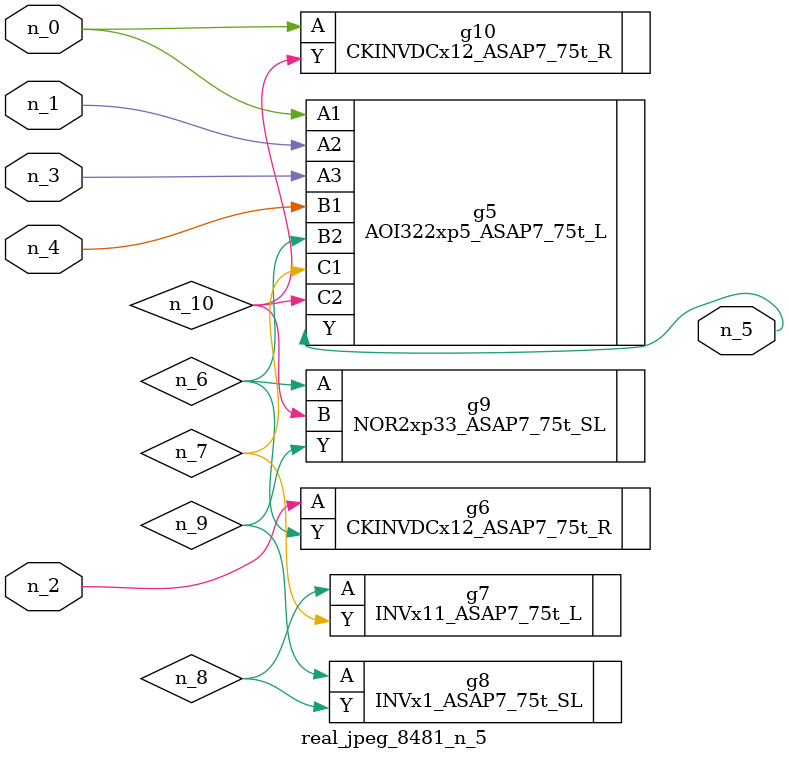
<source format=v>
module real_jpeg_8481_n_5 (n_4, n_0, n_1, n_2, n_3, n_5);

input n_4;
input n_0;
input n_1;
input n_2;
input n_3;

output n_5;

wire n_8;
wire n_6;
wire n_7;
wire n_10;
wire n_9;

AOI322xp5_ASAP7_75t_L g5 ( 
.A1(n_0),
.A2(n_1),
.A3(n_3),
.B1(n_4),
.B2(n_6),
.C1(n_7),
.C2(n_10),
.Y(n_5)
);

CKINVDCx12_ASAP7_75t_R g10 ( 
.A(n_0),
.Y(n_10)
);

CKINVDCx12_ASAP7_75t_R g6 ( 
.A(n_2),
.Y(n_6)
);

NOR2xp33_ASAP7_75t_SL g9 ( 
.A(n_6),
.B(n_10),
.Y(n_9)
);

INVx11_ASAP7_75t_L g7 ( 
.A(n_8),
.Y(n_7)
);

INVx1_ASAP7_75t_SL g8 ( 
.A(n_9),
.Y(n_8)
);


endmodule
</source>
